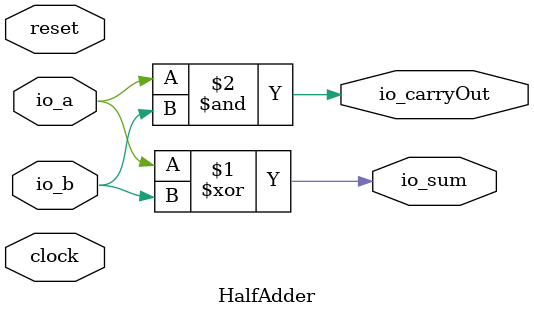
<source format=v>
module HalfAdder(
  input   clock,
  input   reset,
  input   io_a,
  input   io_b,
  output  io_sum,
  output  io_carryOut
);
  assign io_sum = io_a ^ io_b; // @[HalfAdder.scala 11:18]
  assign io_carryOut = io_a & io_b; // @[HalfAdder.scala 12:23]
endmodule

</source>
